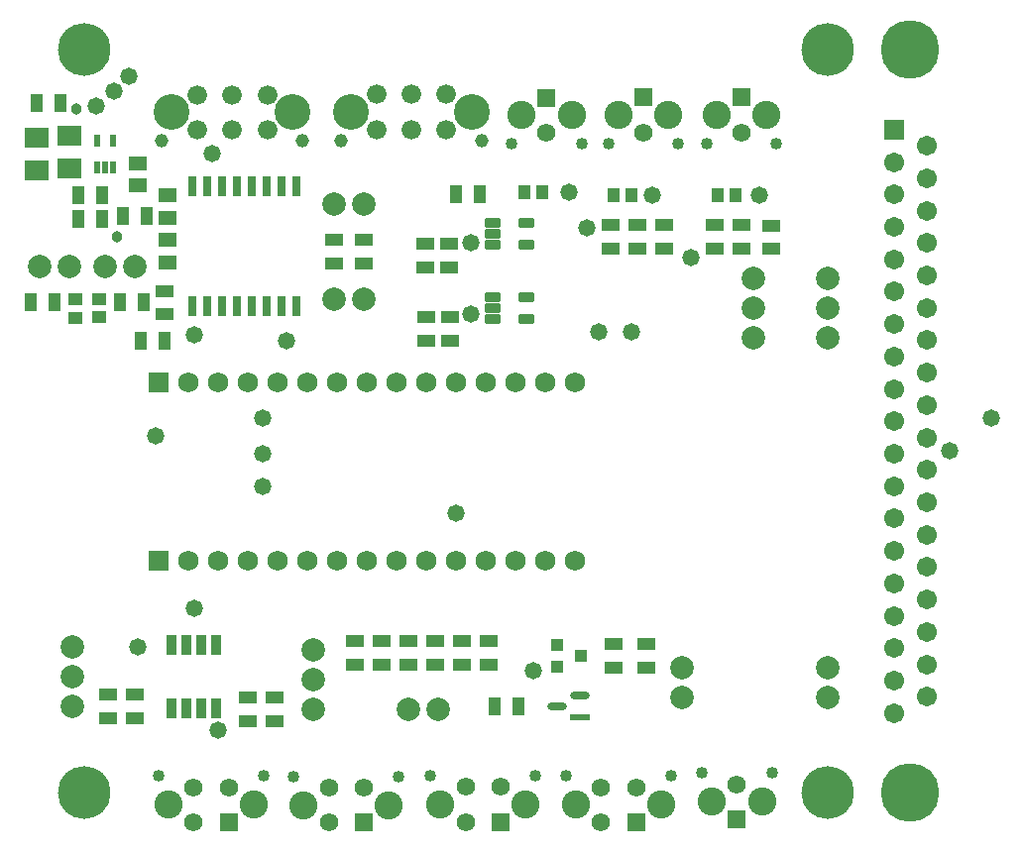
<source format=gts>
G04*
G04 #@! TF.GenerationSoftware,Altium Limited,Altium Designer,23.1.1 (15)*
G04*
G04 Layer_Color=8388736*
%FSLAX25Y25*%
%MOIN*%
G70*
G04*
G04 #@! TF.SameCoordinates,F8F85EFA-0F4A-4E32-949D-36CD74FFCFB1*
G04*
G04*
G04 #@! TF.FilePolarity,Negative*
G04*
G01*
G75*
G04:AMPARAMS|DCode=21|XSize=65.3mil|YSize=24.68mil|CornerRadius=12.34mil|HoleSize=0mil|Usage=FLASHONLY|Rotation=180.000|XOffset=0mil|YOffset=0mil|HoleType=Round|Shape=RoundedRectangle|*
%AMROUNDEDRECTD21*
21,1,0.06530,0.00000,0,0,180.0*
21,1,0.04063,0.02468,0,0,180.0*
1,1,0.02468,-0.02031,0.00000*
1,1,0.02468,0.02031,0.00000*
1,1,0.02468,0.02031,0.00000*
1,1,0.02468,-0.02031,0.00000*
%
%ADD21ROUNDEDRECTD21*%
%ADD22R,0.06530X0.02468*%
%ADD32R,0.04343X0.06115*%
%ADD33R,0.02375X0.04343*%
%ADD34R,0.06115X0.04343*%
%ADD35R,0.03162X0.06706*%
%ADD36C,0.03800*%
%ADD37R,0.03359X0.06902*%
%ADD38R,0.07887X0.06509*%
%ADD39R,0.06312X0.04934*%
%ADD40R,0.04343X0.04540*%
G04:AMPARAMS|DCode=41|XSize=33.59mil|YSize=55.24mil|CornerRadius=5.92mil|HoleSize=0mil|Usage=FLASHONLY|Rotation=90.000|XOffset=0mil|YOffset=0mil|HoleType=Round|Shape=RoundedRectangle|*
%AMROUNDEDRECTD41*
21,1,0.03359,0.04341,0,0,90.0*
21,1,0.02175,0.05524,0,0,90.0*
1,1,0.01184,0.02170,0.01088*
1,1,0.01184,0.02170,-0.01088*
1,1,0.01184,-0.02170,-0.01088*
1,1,0.01184,-0.02170,0.01088*
%
%ADD41ROUNDEDRECTD41*%
%ADD42R,0.04343X0.03950*%
%ADD43R,0.04540X0.04343*%
%ADD44C,0.06584*%
%ADD45C,0.12057*%
%ADD46C,0.04616*%
%ADD47R,0.06824X0.06824*%
%ADD48C,0.06824*%
%ADD49C,0.07887*%
%ADD50C,0.04016*%
%ADD51C,0.06181*%
%ADD52R,0.06181X0.06181*%
%ADD53C,0.09488*%
%ADD54C,0.06706*%
%ADD55R,0.06706X0.06706*%
%ADD56C,0.19698*%
%ADD57C,0.17729*%
%ADD58C,0.05800*%
D21*
X184000Y54000D02*
D03*
X191691Y57602D02*
D03*
D22*
Y50398D02*
D03*
D32*
X17000Y257000D02*
D03*
X9126D02*
D03*
X51874Y177000D02*
D03*
X44000D02*
D03*
X38063Y219000D02*
D03*
X45937D02*
D03*
X23063Y218000D02*
D03*
X30937D02*
D03*
X23063Y226000D02*
D03*
X30937D02*
D03*
X158000Y226443D02*
D03*
X150126D02*
D03*
X171000Y54000D02*
D03*
X163126D02*
D03*
X37063Y190000D02*
D03*
X44937D02*
D03*
X14937D02*
D03*
X7063D02*
D03*
D33*
X29441Y244528D02*
D03*
X34559D02*
D03*
Y235472D02*
D03*
X32000D02*
D03*
X29441D02*
D03*
D34*
X161000Y75937D02*
D03*
Y68063D02*
D03*
X152000Y75937D02*
D03*
Y68063D02*
D03*
X143000Y75937D02*
D03*
Y68063D02*
D03*
X134000Y75937D02*
D03*
Y68063D02*
D03*
X125000Y75937D02*
D03*
Y68063D02*
D03*
X116000Y75937D02*
D03*
Y68063D02*
D03*
X214000Y75000D02*
D03*
Y67126D02*
D03*
X80000Y57000D02*
D03*
Y49126D02*
D03*
X42000Y58000D02*
D03*
Y50126D02*
D03*
X33000D02*
D03*
Y58000D02*
D03*
X89000Y49126D02*
D03*
Y57000D02*
D03*
X256000Y215874D02*
D03*
Y208000D02*
D03*
X237000Y208063D02*
D03*
Y215937D02*
D03*
X246000D02*
D03*
Y208063D02*
D03*
X202000Y208126D02*
D03*
Y216000D02*
D03*
X211000D02*
D03*
Y208126D02*
D03*
X220000D02*
D03*
Y216000D02*
D03*
X140000Y177126D02*
D03*
Y185000D02*
D03*
X148000Y177126D02*
D03*
Y185000D02*
D03*
X139740Y201866D02*
D03*
Y209740D02*
D03*
X147740Y201866D02*
D03*
Y209740D02*
D03*
X203000Y75000D02*
D03*
Y67126D02*
D03*
X52000Y186000D02*
D03*
Y193874D02*
D03*
X119000Y210937D02*
D03*
Y203063D02*
D03*
X109000Y210937D02*
D03*
Y203063D02*
D03*
D35*
X61500Y188842D02*
D03*
X66500D02*
D03*
X71500D02*
D03*
X76500D02*
D03*
X81500D02*
D03*
X86500D02*
D03*
X91500D02*
D03*
X96500D02*
D03*
X61500Y229157D02*
D03*
X66500D02*
D03*
X71500D02*
D03*
X76500D02*
D03*
X81500D02*
D03*
X86500D02*
D03*
X91500D02*
D03*
X96500D02*
D03*
D36*
X22500Y255000D02*
D03*
X36000Y212000D02*
D03*
D37*
X69500Y74630D02*
D03*
X64500D02*
D03*
X59500D02*
D03*
X54500D02*
D03*
X69500Y53370D02*
D03*
X64500D02*
D03*
X59500D02*
D03*
X54500D02*
D03*
D38*
X20000Y246000D02*
D03*
Y234976D02*
D03*
X9000Y234488D02*
D03*
Y245512D02*
D03*
D39*
X43000Y236740D02*
D03*
Y229260D02*
D03*
X53000Y211000D02*
D03*
Y203520D02*
D03*
Y218520D02*
D03*
Y226000D02*
D03*
D40*
X244102Y226000D02*
D03*
X238000D02*
D03*
X209102D02*
D03*
X203000D02*
D03*
X173000Y227000D02*
D03*
X179102D02*
D03*
D41*
X173807Y191740D02*
D03*
Y184260D02*
D03*
X162193D02*
D03*
Y188000D02*
D03*
Y191740D02*
D03*
Y216740D02*
D03*
Y213000D02*
D03*
Y209260D02*
D03*
X173807D02*
D03*
Y216740D02*
D03*
D42*
X184063Y74740D02*
D03*
Y67260D02*
D03*
X191937Y71000D02*
D03*
D43*
X22000Y184898D02*
D03*
Y191000D02*
D03*
X30000Y185000D02*
D03*
Y191102D02*
D03*
D44*
X62913Y259906D02*
D03*
X74724D02*
D03*
X86535D02*
D03*
X62913Y248095D02*
D03*
X74724D02*
D03*
X86535D02*
D03*
X123189Y260000D02*
D03*
X135000D02*
D03*
X146811D02*
D03*
X123189Y248189D02*
D03*
X135000D02*
D03*
X146811D02*
D03*
D45*
X54449Y254000D02*
D03*
X95000D02*
D03*
X114724Y254095D02*
D03*
X155276D02*
D03*
D46*
X51102Y244394D02*
D03*
X98346D02*
D03*
X111378Y244488D02*
D03*
X158622D02*
D03*
D47*
X50000Y103000D02*
D03*
Y163000D02*
D03*
D48*
X60000Y103000D02*
D03*
Y163000D02*
D03*
X70000Y103000D02*
D03*
Y163000D02*
D03*
X80000Y103000D02*
D03*
Y163000D02*
D03*
X90000Y103000D02*
D03*
Y163000D02*
D03*
X100000Y103000D02*
D03*
Y163000D02*
D03*
X110000Y103000D02*
D03*
Y163000D02*
D03*
X120000Y103000D02*
D03*
Y163000D02*
D03*
X130000Y103000D02*
D03*
Y163000D02*
D03*
X140000Y103000D02*
D03*
Y163000D02*
D03*
X150000Y103000D02*
D03*
Y163000D02*
D03*
X160000Y103000D02*
D03*
Y163000D02*
D03*
X170000Y103000D02*
D03*
Y163000D02*
D03*
X180000Y103000D02*
D03*
Y163000D02*
D03*
X190000Y103000D02*
D03*
Y163000D02*
D03*
D49*
X102000Y53000D02*
D03*
Y63000D02*
D03*
Y73000D02*
D03*
X21000Y54000D02*
D03*
Y64000D02*
D03*
Y74000D02*
D03*
X144000Y53000D02*
D03*
X134000D02*
D03*
X109000Y223000D02*
D03*
X119000D02*
D03*
X250000Y198000D02*
D03*
Y188000D02*
D03*
Y178000D02*
D03*
X119000Y191000D02*
D03*
X109000D02*
D03*
X226000Y67000D02*
D03*
Y57000D02*
D03*
X275000Y67000D02*
D03*
Y57000D02*
D03*
Y178000D02*
D03*
Y188000D02*
D03*
Y198000D02*
D03*
X42000Y202000D02*
D03*
X32000D02*
D03*
X10000D02*
D03*
X20000D02*
D03*
D50*
X95378Y30512D02*
D03*
X130811D02*
D03*
X256276Y31606D02*
D03*
X232653D02*
D03*
X192276Y243394D02*
D03*
X168654D02*
D03*
X85347Y30606D02*
D03*
X49913D02*
D03*
X176811Y30701D02*
D03*
X141378D02*
D03*
X201189Y243488D02*
D03*
X224811D02*
D03*
X234189D02*
D03*
X257811D02*
D03*
X186913Y30606D02*
D03*
X222346D02*
D03*
D51*
X107189Y26811D02*
D03*
X119000D02*
D03*
X107189Y15000D02*
D03*
X244465Y27905D02*
D03*
X180465Y247094D02*
D03*
X61724Y15094D02*
D03*
X73535Y26906D02*
D03*
X61724D02*
D03*
X153189Y15189D02*
D03*
X165000Y27000D02*
D03*
X153189D02*
D03*
X213000Y247189D02*
D03*
X246000D02*
D03*
X198724Y26906D02*
D03*
X210535D02*
D03*
X198724Y15094D02*
D03*
D52*
X119000Y15000D02*
D03*
X244465Y16094D02*
D03*
X180465Y258906D02*
D03*
X73535Y15094D02*
D03*
X165000Y15189D02*
D03*
X213000Y259000D02*
D03*
X246000D02*
D03*
X210535Y15094D02*
D03*
D53*
X127465Y20906D02*
D03*
X98724D02*
D03*
X252929Y22000D02*
D03*
X236000D02*
D03*
X188929Y253000D02*
D03*
X172000D02*
D03*
X53260Y21000D02*
D03*
X82000D02*
D03*
X144724Y21094D02*
D03*
X173465D02*
D03*
X204535Y253095D02*
D03*
X221465D02*
D03*
X237535D02*
D03*
X254465D02*
D03*
X219000Y21000D02*
D03*
X190260D02*
D03*
D54*
X297244Y226339D02*
D03*
Y215433D02*
D03*
Y237244D02*
D03*
Y204528D02*
D03*
Y193622D02*
D03*
Y182717D02*
D03*
Y171811D02*
D03*
Y160906D02*
D03*
Y150000D02*
D03*
Y139094D02*
D03*
Y128189D02*
D03*
Y117283D02*
D03*
Y106378D02*
D03*
Y95473D02*
D03*
Y84567D02*
D03*
Y73661D02*
D03*
Y62756D02*
D03*
Y51850D02*
D03*
X308425Y242697D02*
D03*
Y231791D02*
D03*
Y220886D02*
D03*
Y209980D02*
D03*
Y199075D02*
D03*
Y188169D02*
D03*
Y177264D02*
D03*
Y166358D02*
D03*
Y155453D02*
D03*
Y144547D02*
D03*
Y133642D02*
D03*
Y122736D02*
D03*
Y111831D02*
D03*
Y100925D02*
D03*
Y90020D02*
D03*
Y79114D02*
D03*
Y68209D02*
D03*
Y57303D02*
D03*
D55*
X297244Y248150D02*
D03*
D56*
X302835Y25000D02*
D03*
Y275000D02*
D03*
D57*
X275000D02*
D03*
X25000D02*
D03*
X275000Y25000D02*
D03*
X25000D02*
D03*
D58*
X176000Y66000D02*
D03*
X85000Y139000D02*
D03*
Y128000D02*
D03*
X49000Y145000D02*
D03*
X85000Y151000D02*
D03*
X62000Y87000D02*
D03*
X93000Y177000D02*
D03*
X43000Y74000D02*
D03*
X70000Y46000D02*
D03*
X68000Y240000D02*
D03*
X150000Y119000D02*
D03*
X194000Y215000D02*
D03*
X330000Y151000D02*
D03*
X316000Y140000D02*
D03*
X229000Y205000D02*
D03*
X209000Y180000D02*
D03*
X198000D02*
D03*
X252000Y226000D02*
D03*
X29000Y256000D02*
D03*
X216000Y226000D02*
D03*
X188000Y227000D02*
D03*
X154911Y186089D02*
D03*
X155000Y210000D02*
D03*
X62000Y179000D02*
D03*
X35000Y261000D02*
D03*
X40000Y266000D02*
D03*
M02*

</source>
